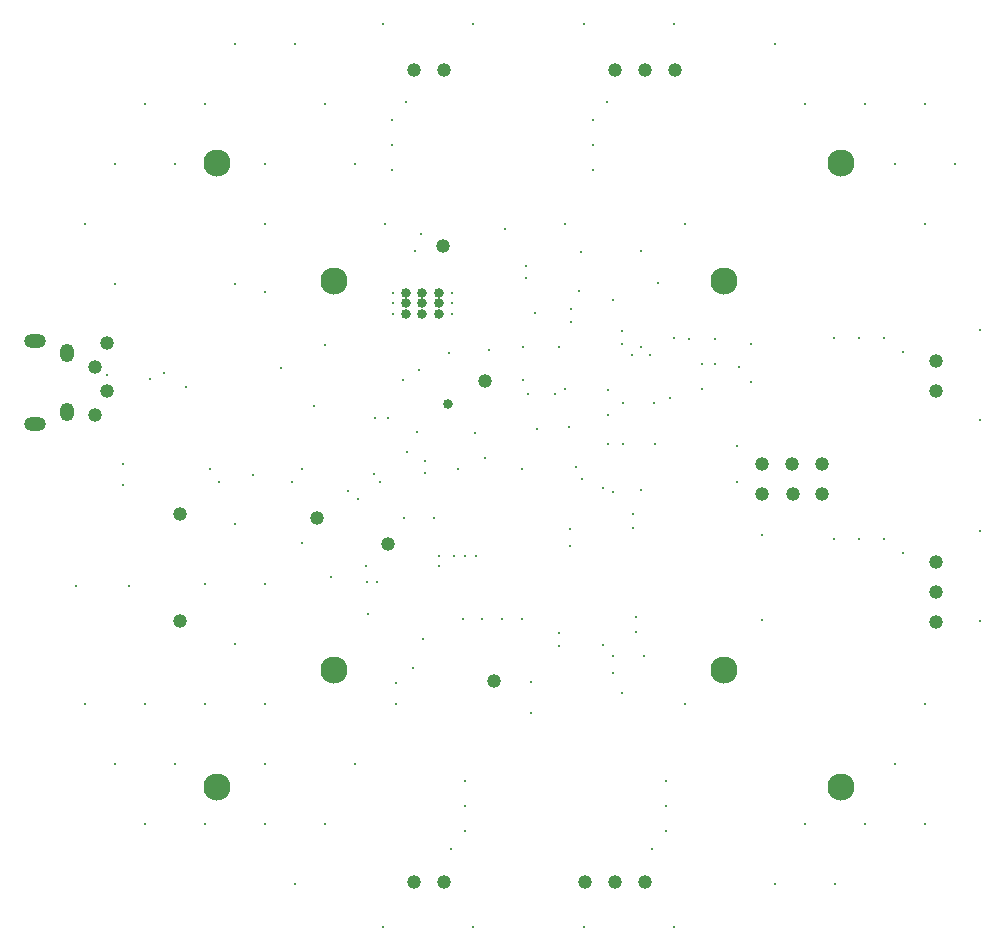
<source format=gbs>
G04*
G04 #@! TF.GenerationSoftware,Altium Limited,Altium NEXUS,1.1.6 (48)*
G04*
G04 Layer_Color=16711935*
%FSLAX44Y44*%
%MOMM*%
G71*
G01*
G75*
%ADD100C,1.1800*%
%ADD101C,0.3000*%
%ADD102C,2.3000*%
%ADD103O,1.2500X1.5500*%
%ADD104O,1.8500X1.2000*%
%ADD105C,0.8400*%
D100*
X-295000Y-123000D02*
D03*
X47200Y-344000D02*
D03*
X345000Y-123800D02*
D03*
X-295000Y-33000D02*
D03*
X123400Y343000D02*
D03*
X72600D02*
D03*
X345000Y-73000D02*
D03*
X-72000Y-344000D02*
D03*
X98000Y343000D02*
D03*
X345000Y-98400D02*
D03*
X-97400Y-344000D02*
D03*
Y343000D02*
D03*
X345000Y97000D02*
D03*
X98000Y-344000D02*
D03*
X-72000Y343000D02*
D03*
X345000Y71600D02*
D03*
X72600Y-344000D02*
D03*
X-357000Y112500D02*
D03*
X-367000Y92000D02*
D03*
X-357000Y71500D02*
D03*
X-367000Y51000D02*
D03*
X-73000Y194100D02*
D03*
X-29800Y-174400D02*
D03*
X-119000Y-58000D02*
D03*
X222600Y9400D02*
D03*
X197200D02*
D03*
X248000D02*
D03*
X197200Y-16000D02*
D03*
X223600D02*
D03*
X248000D02*
D03*
X-37000Y80000D02*
D03*
X-179500Y-36000D02*
D03*
D101*
X-233340Y0D02*
D03*
X-383400Y-93930D02*
D03*
X-338400D02*
D03*
X-46900Y-382000D02*
D03*
X-123100D02*
D03*
X123100D02*
D03*
X46900D02*
D03*
X382000Y-47000D02*
D03*
Y-123200D02*
D03*
Y123200D02*
D03*
Y47000D02*
D03*
X46900Y382000D02*
D03*
X123100D02*
D03*
X-123100D02*
D03*
X-46900D02*
D03*
X25600Y109000D02*
D03*
X-34000Y106000D02*
D03*
X-344000Y-8000D02*
D03*
Y10000D02*
D03*
X-167200Y-85700D02*
D03*
X44000Y188750D02*
D03*
X102890Y101890D02*
D03*
X94890Y108890D02*
D03*
X119210Y65210D02*
D03*
X-200630Y-5750D02*
D03*
X-126000D02*
D03*
X-145000Y-20000D02*
D03*
X-262370Y-5750D02*
D03*
X-153000Y-13000D02*
D03*
X-88000Y2000D02*
D03*
X-46000Y36000D02*
D03*
X-103250Y19700D02*
D03*
X-88000Y11900D02*
D03*
X-357000Y85000D02*
D03*
X2000Y-201000D02*
D03*
Y-175000D02*
D03*
X36000Y140500D02*
D03*
Y130000D02*
D03*
X79000Y111000D02*
D03*
X-95000Y37000D02*
D03*
X-119000Y49000D02*
D03*
X94890Y-12000D02*
D03*
X-192000Y-57000D02*
D03*
X146790Y73210D02*
D03*
X-2800Y166900D02*
D03*
Y177300D02*
D03*
X-45000Y-68000D02*
D03*
X-63000D02*
D03*
X-65400Y154600D02*
D03*
Y136600D02*
D03*
Y145600D02*
D03*
X-115400Y154600D02*
D03*
X-106000Y-36000D02*
D03*
X-76000Y-68000D02*
D03*
Y-77000D02*
D03*
X-6000Y-122000D02*
D03*
X-22667D02*
D03*
X-39333D02*
D03*
X-56000D02*
D03*
X176000Y-5250D02*
D03*
X35000Y-60000D02*
D03*
X80000Y27000D02*
D03*
X107000D02*
D03*
X106000Y61000D02*
D03*
X80000D02*
D03*
X176000Y25300D02*
D03*
X158000Y94200D02*
D03*
X87000Y102000D02*
D03*
X67000Y72000D02*
D03*
X88000Y-33000D02*
D03*
X35000Y-45000D02*
D03*
X7000Y39000D02*
D03*
X71000Y-167000D02*
D03*
Y-153000D02*
D03*
X63000Y-144000D02*
D03*
X-37000Y14800D02*
D03*
X-60000Y5000D02*
D03*
X67000Y51000D02*
D03*
X31000Y73000D02*
D03*
X-5000Y81000D02*
D03*
X-91350Y204350D02*
D03*
X-1000Y69000D02*
D03*
X22000D02*
D03*
X-4650Y109000D02*
D03*
X-67500Y103300D02*
D03*
X-129000Y-90000D02*
D03*
X-137000D02*
D03*
X-96750Y190400D02*
D03*
X-138100Y-76600D02*
D03*
X-270000Y5750D02*
D03*
X-54000Y-258500D02*
D03*
Y-279750D02*
D03*
X-65950Y-316500D02*
D03*
X-54000Y-301000D02*
D03*
X116000Y-258500D02*
D03*
Y-279750D02*
D03*
X104050Y-316500D02*
D03*
X116000Y-301000D02*
D03*
X258500Y-54100D02*
D03*
X279750D02*
D03*
X316500Y-66050D02*
D03*
X301000Y-54100D02*
D03*
X258500Y116100D02*
D03*
X279750D02*
D03*
X316500Y104150D02*
D03*
X301000Y116100D02*
D03*
X54000Y258500D02*
D03*
Y279750D02*
D03*
X65950Y316500D02*
D03*
X54000Y301000D02*
D03*
X-116000D02*
D03*
X-104050Y316500D02*
D03*
X-116000Y279750D02*
D03*
Y258500D02*
D03*
X25400Y-144600D02*
D03*
X42600Y156200D02*
D03*
X95000Y190000D02*
D03*
X-350100Y-244300D02*
D03*
X-375500Y-193500D02*
D03*
X-350100Y162100D02*
D03*
X-375500Y212900D02*
D03*
X-350100Y263700D02*
D03*
X-324700Y-295100D02*
D03*
X-299300Y-244300D02*
D03*
X-324700Y-193500D02*
D03*
X-299300Y263700D02*
D03*
X-324700Y314500D02*
D03*
X-273900Y-295100D02*
D03*
Y-193500D02*
D03*
X-248500Y-142700D02*
D03*
X-273900Y-91900D02*
D03*
X-248500Y-41100D02*
D03*
Y162100D02*
D03*
X-273900Y314500D02*
D03*
X-248500Y365300D02*
D03*
X-197700Y-345900D02*
D03*
X-223100Y-295100D02*
D03*
Y-244300D02*
D03*
Y-193500D02*
D03*
Y-91900D02*
D03*
Y212900D02*
D03*
Y263700D02*
D03*
X-197700Y365300D02*
D03*
X-172300Y-295100D02*
D03*
X-146900Y-244300D02*
D03*
Y263700D02*
D03*
X-172300Y314500D02*
D03*
X-112400Y-193500D02*
D03*
X-121500Y212900D02*
D03*
X30900D02*
D03*
X132500Y-193500D02*
D03*
Y212900D02*
D03*
X208700Y-345900D02*
D03*
X187900Y111300D02*
D03*
X208700Y365300D02*
D03*
X259500Y-345900D02*
D03*
X234100Y-295100D02*
D03*
Y314500D02*
D03*
X284900Y-295100D02*
D03*
X310300Y-244300D02*
D03*
Y263700D02*
D03*
X284900Y314500D02*
D03*
X335700Y-295100D02*
D03*
Y-193500D02*
D03*
Y212900D02*
D03*
X361100Y263700D02*
D03*
X335700Y314500D02*
D03*
X-20000Y208500D02*
D03*
X-192000Y5750D02*
D03*
X-106700Y80800D02*
D03*
X-93100Y89300D02*
D03*
X-130000Y49000D02*
D03*
X-136300Y-117200D02*
D03*
X-115400Y136600D02*
D03*
Y145600D02*
D03*
X158000Y115400D02*
D03*
X109300Y162700D02*
D03*
X122500Y116700D02*
D03*
X135700Y115600D02*
D03*
X45000Y-3000D02*
D03*
X67000Y27000D02*
D03*
X70890Y-14000D02*
D03*
X88000Y-44500D02*
D03*
X-209500Y91100D02*
D03*
X-131100Y1500D02*
D03*
X-182035Y59065D02*
D03*
X-97900Y-163100D02*
D03*
X-112900Y-175553D02*
D03*
X78700Y-184300D02*
D03*
X-290100Y74900D02*
D03*
X-320971Y81871D02*
D03*
X-309000Y86800D02*
D03*
X40200Y6700D02*
D03*
X33800Y40800D02*
D03*
X5200Y137700D02*
D03*
X-223600Y154990D02*
D03*
X-172800Y110000D02*
D03*
X71400Y148700D02*
D03*
X79000Y121900D02*
D03*
X90600Y-132400D02*
D03*
Y-119600D02*
D03*
X97300Y-153000D02*
D03*
X62890Y-11000D02*
D03*
X-80300Y-36300D02*
D03*
X-54000Y-68000D02*
D03*
X-89900Y-138600D02*
D03*
X25400Y-133800D02*
D03*
X146900Y94200D02*
D03*
X187900Y78750D02*
D03*
X178300Y91450D02*
D03*
X197200Y-50400D02*
D03*
Y-122700D02*
D03*
X-6100Y5000D02*
D03*
D102*
X165000Y165000D02*
D03*
Y-165000D02*
D03*
X-165000D02*
D03*
Y165000D02*
D03*
X-264140Y-264140D02*
D03*
X264140D02*
D03*
Y264140D02*
D03*
X-264140D02*
D03*
D103*
X-391250Y103580D02*
D03*
Y53580D02*
D03*
D104*
X-418250Y113580D02*
D03*
Y43580D02*
D03*
D105*
X-76400Y154600D02*
D03*
Y136600D02*
D03*
X-104400D02*
D03*
Y154600D02*
D03*
X-90400D02*
D03*
Y136600D02*
D03*
X-76400Y145600D02*
D03*
X-104400D02*
D03*
X-68450Y60050D02*
D03*
X-90400Y145600D02*
D03*
M02*

</source>
